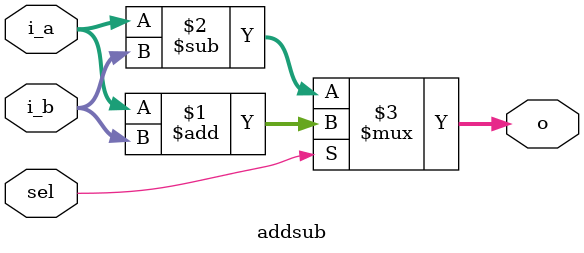
<source format=v>

module addsub (i_a, i_b, sel, o);

// parameters
parameter WIDTH = 32;

// input ports
input [WIDTH-1:0] i_a;
input [WIDTH-1:0] i_b;

// output ports
output[WIDTH-1:0] o;

// control ports
input sel;


assign o =  sel ? i_a + i_b : i_a - i_b;

endmodule


</source>
